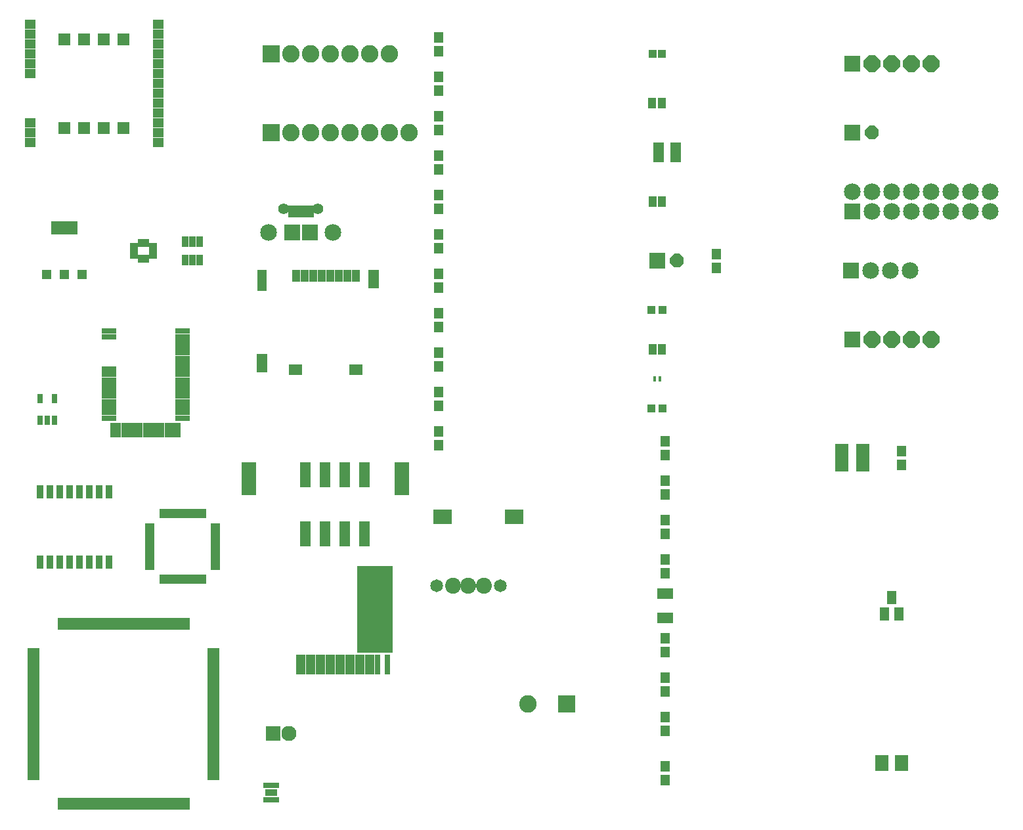
<source format=gbr>
%FSLAX35Y35*%
%MOIN*%
G04 EasyPC Gerber Version 18.0.9 Build 3640 *
%ADD85R,0.01827X0.02850*%
%ADD103R,0.02102X0.03047*%
%ADD96R,0.02260X0.05134*%
%ADD81R,0.02378X0.04051*%
%ADD16R,0.02575X0.06315*%
%ADD94R,0.02969X0.07693*%
%ADD28R,0.02969X0.10055*%
%ADD92R,0.03165X0.04543*%
%ADD86R,0.03362X0.05724*%
%ADD95R,0.03559X0.06984*%
%ADD98R,0.03835X0.06315*%
%ADD70R,0.04150X0.04150*%
%ADD78R,0.04150X0.05724*%
%ADD71R,0.04150X0.05882*%
%ADD79R,0.04543X0.05134*%
%ADD20R,0.04740X0.10843*%
%ADD74R,0.04937X0.05291*%
%ADD83R,0.04937X0.06512*%
%ADD27R,0.04937X0.10055*%
%ADD21R,0.05528X0.09661*%
%ADD72R,0.05724X0.12811*%
%ADD84R,0.05764X0.10449*%
%ADD76R,0.06000X0.06000*%
%ADD102R,0.06512X0.07890*%
%ADD89R,0.06906X0.14386*%
%ADD73R,0.07693X0.16748*%
%ADD17R,0.08087X0.08480*%
%ADD29R,0.18323X0.44307*%
%ADD90R,0.07693X0.07693*%
%ADD23R,0.08480X0.08480*%
%ADD14R,0.08874X0.08874*%
%ADD19C,0.05528*%
%ADD101C,0.06512*%
%ADD91C,0.07693*%
%ADD100C,0.08087*%
%ADD26C,0.08480*%
%ADD18C,0.08480*%
%ADD15C,0.08874*%
%ADD97R,0.05134X0.02260*%
%ADD82R,0.04051X0.02378*%
%ADD93R,0.07693X0.02969*%
%ADD104R,0.06118X0.03756*%
%ADD99R,0.06315X0.03835*%
%ADD77R,0.04150X0.04150*%
%ADD75R,0.05724X0.04543*%
%ADD88R,0.08094X0.05386*%
%ADD22R,0.06906X0.05528*%
%AMT25*0 Octagon Pad at angle 0*4,1,8,-0.01449,-0.03500,0.01449,-0.03500,0.03500,-0.01449,0.03500,0.01449,0.01449,0.03500,-0.01449,0.03500,-0.03500,0.01449,-0.03500,-0.01449,-0.01449,-0.03500,0*%
%ADD25T25*%
%AMT24*0 Octagon Pad at angle 0*4,1,8,-0.01756,-0.04240,0.01756,-0.04240,0.04240,-0.01756,0.04240,0.01756,0.01756,0.04240,-0.01756,0.04240,-0.04240,0.01756,-0.04240,-0.01756,-0.01756,-0.04240,0*%
%ADD24T24*%
%ADD80R,0.13205X0.07102*%
%ADD87R,0.09583X0.07299*%
X0Y0D02*
D02*
D14*
X140250Y365250D03*
Y405250D03*
X290093Y75250D03*
D02*
D15*
X150250Y365250D03*
Y405250D03*
X160250Y365250D03*
Y405250D03*
X170250Y365250D03*
Y405250D03*
X180250Y365250D03*
Y405250D03*
X190250Y365250D03*
Y405250D03*
X200250Y365250D03*
Y405250D03*
X210250Y365250D03*
X270407Y75250D03*
D02*
D16*
X150132Y325250D03*
X152691D03*
X155250D03*
X157809D03*
X160368D03*
D02*
D17*
X150722Y314719D03*
X159778D03*
D02*
D18*
X138813D03*
X171687D03*
D02*
D19*
X146490Y326530D03*
X164010D03*
D02*
D70*
X333825Y405250D03*
X338549D03*
D02*
D71*
X152750Y292750D03*
X157081D03*
X161411D03*
X165742D03*
X170073D03*
X174404D03*
X178734D03*
X183065D03*
D02*
D20*
X135644Y290270D03*
D02*
D21*
Y248144D03*
X192297Y290860D03*
D02*
D22*
X152593Y245014D03*
X183222D03*
D02*
D23*
X336187Y300250D03*
X434652Y295250D03*
X435250Y260250D03*
Y325250D03*
Y365250D03*
Y400250D03*
D02*
D24*
X445250Y260250D03*
Y400250D03*
X455250Y260250D03*
Y400250D03*
X465250Y260250D03*
Y400250D03*
X475250Y260250D03*
Y400250D03*
D02*
D25*
X346187Y300250D03*
X445250Y365250D03*
D02*
D26*
X435250Y335250D03*
X444652Y295250D03*
X445250Y325250D03*
Y335250D03*
X454652Y295250D03*
X455250Y325250D03*
Y335250D03*
X464652Y295250D03*
X465250Y325250D03*
Y335250D03*
X475250Y325250D03*
Y335250D03*
X485250Y325250D03*
Y335250D03*
X495250Y325250D03*
Y335250D03*
X505250Y325250D03*
Y335250D03*
D02*
D27*
X155250Y95250D03*
X160250D03*
X165250D03*
X170250D03*
X175250D03*
X180250D03*
X185250D03*
X190250D03*
D02*
D28*
X194187D03*
X199305D03*
D02*
D29*
X192809Y123400D03*
D02*
D72*
X157500Y161707D03*
Y191707D03*
X167500Y161707D03*
Y191707D03*
X177500Y161707D03*
Y191707D03*
X187500Y161707D03*
Y191707D03*
D02*
D73*
X128957Y189738D03*
X206516D03*
D02*
D74*
X225250Y206750D03*
Y213750D03*
Y226750D03*
Y233750D03*
Y246750D03*
Y253750D03*
Y266750D03*
Y273750D03*
Y286750D03*
Y293750D03*
Y306750D03*
Y313750D03*
Y326750D03*
Y333750D03*
Y346750D03*
Y353750D03*
Y366750D03*
Y373750D03*
Y386750D03*
Y393750D03*
Y406750D03*
Y413750D03*
X340250Y36750D03*
Y43750D03*
Y61750D03*
Y68750D03*
Y81750D03*
Y88750D03*
Y101750D03*
Y108750D03*
Y141750D03*
Y148750D03*
Y161750D03*
Y168750D03*
Y181750D03*
Y188750D03*
Y201750D03*
Y208750D03*
X366187Y296750D03*
Y303750D03*
X460250Y196750D03*
Y203750D03*
D02*
D75*
X17750Y360250D03*
Y365250D03*
Y370250D03*
Y395250D03*
Y400250D03*
Y405250D03*
Y410250D03*
Y415250D03*
Y420250D03*
X82750Y360250D03*
Y365250D03*
Y370250D03*
Y375250D03*
Y380250D03*
Y385250D03*
Y390250D03*
Y395250D03*
Y400250D03*
Y405250D03*
Y410250D03*
Y415250D03*
Y420250D03*
D02*
D76*
X35250Y367789D03*
Y412711D03*
X45250Y367789D03*
Y412711D03*
X55250Y367789D03*
Y412711D03*
X65250Y367789D03*
Y412711D03*
D02*
D77*
X333037Y225250D03*
Y275250D03*
X338943Y225250D03*
Y275250D03*
D02*
D78*
X333687Y380250D03*
X333825Y255250D03*
Y330250D03*
X338411Y380250D03*
X338549Y255250D03*
Y330250D03*
D02*
D79*
X26195Y293439D03*
X35250D03*
X44305D03*
D02*
D80*
X35250Y317061D03*
D02*
D81*
X73370Y301264D03*
Y309236D03*
X75339Y301264D03*
Y309236D03*
X77307Y301264D03*
Y309236D03*
D02*
D82*
X70369Y302297D03*
Y304266D03*
Y306234D03*
Y308203D03*
X80309Y302297D03*
Y304266D03*
Y306234D03*
Y308203D03*
D02*
D83*
X451510Y121116D03*
X455250Y129384D03*
X458990Y121116D03*
D02*
D84*
X336876Y355250D03*
X345498D03*
D02*
D85*
X334888Y240250D03*
X337486D03*
D02*
D86*
X96510Y300750D03*
Y310000D03*
X100250Y300750D03*
Y310000D03*
X103990Y300750D03*
Y310000D03*
D02*
D87*
X227140Y170250D03*
X263360D03*
D02*
D88*
X340250Y119053D03*
Y131447D03*
D02*
D89*
X429837Y200250D03*
X440663D03*
D02*
D90*
X141313Y60250D03*
D02*
D91*
X149187D03*
D02*
D92*
X22760Y219250D03*
Y230250D03*
X26500Y219250D03*
X30240D03*
Y230250D03*
D02*
D93*
X57691Y220447D03*
Y223203D03*
Y225959D03*
Y228715D03*
Y231470D03*
Y234226D03*
Y236982D03*
Y239738D03*
Y242494D03*
Y245250D03*
Y261785D03*
Y264541D03*
X95093Y220447D03*
Y223203D03*
Y225959D03*
Y228715D03*
Y231470D03*
Y234226D03*
Y236982D03*
Y239738D03*
Y242494D03*
Y245250D03*
Y248006D03*
Y250762D03*
Y253518D03*
Y256274D03*
Y259030D03*
Y261785D03*
Y264541D03*
D02*
D94*
X59856Y214344D03*
X62612D03*
X65368D03*
X68124D03*
X70880D03*
X73636D03*
X76392D03*
X79148D03*
X81904D03*
X84659D03*
X87415D03*
X90171D03*
X92927D03*
D02*
D95*
X22750Y147376D03*
Y183124D03*
X27750Y147376D03*
Y183124D03*
X32750Y147376D03*
Y183124D03*
X37750Y147376D03*
Y183124D03*
X42750Y147376D03*
Y183124D03*
X47750Y147376D03*
Y183124D03*
X52750Y147376D03*
Y183124D03*
X57750Y147376D03*
Y183124D03*
D02*
D96*
X84423Y138616D03*
Y171884D03*
X86392Y138616D03*
Y171884D03*
X88360Y138616D03*
Y171884D03*
X90329Y138616D03*
Y171884D03*
X92297Y138616D03*
Y171884D03*
X94266Y138616D03*
Y171884D03*
X96234Y138616D03*
Y171884D03*
X98203Y138616D03*
Y171884D03*
X100171Y138616D03*
Y171884D03*
X102140Y138616D03*
Y171884D03*
X104108Y138616D03*
Y171884D03*
X106077Y138616D03*
Y171884D03*
D02*
D97*
X78616Y144423D03*
Y146392D03*
Y148360D03*
Y150329D03*
Y152297D03*
Y154266D03*
Y156234D03*
Y158203D03*
Y160171D03*
Y162140D03*
Y164108D03*
Y166077D03*
X111884Y144423D03*
Y146392D03*
Y148360D03*
Y150329D03*
Y152297D03*
Y154266D03*
Y156234D03*
Y158203D03*
Y160171D03*
Y162140D03*
Y164108D03*
Y166077D03*
D02*
D98*
X33754Y24482D03*
Y116018D03*
X37691Y24482D03*
Y116018D03*
X41628Y24482D03*
Y116018D03*
X45565Y24482D03*
Y116018D03*
X49502Y24482D03*
Y116018D03*
X53439Y24482D03*
Y116018D03*
X57376Y24482D03*
Y116018D03*
X61313Y24482D03*
Y116018D03*
X65250Y24482D03*
Y116018D03*
X69187Y24482D03*
Y116018D03*
X73124Y24482D03*
Y116018D03*
X77061Y24482D03*
Y116018D03*
X80998Y24482D03*
Y116018D03*
X84935Y24482D03*
Y116018D03*
X88872Y24482D03*
Y116018D03*
X92809Y24482D03*
Y116018D03*
X96746Y24482D03*
Y116018D03*
D02*
D99*
X19482Y38754D03*
Y42691D03*
Y46628D03*
Y50565D03*
Y54502D03*
Y58439D03*
Y62376D03*
Y66313D03*
Y70250D03*
Y74187D03*
Y78124D03*
Y82061D03*
Y85998D03*
Y89935D03*
Y93872D03*
Y97809D03*
Y101746D03*
X111018Y38754D03*
Y42691D03*
Y46628D03*
Y50565D03*
Y54502D03*
Y58439D03*
Y62376D03*
Y66313D03*
Y70250D03*
Y74187D03*
Y78124D03*
Y82061D03*
Y85998D03*
Y89935D03*
Y93872D03*
Y97809D03*
Y101746D03*
D02*
D100*
X232376Y135250D03*
X240250D03*
X248124D03*
D02*
D101*
X224108D03*
X256392D03*
D02*
D102*
X450329Y45250D03*
X460171D03*
D02*
D103*
X137297Y26514D03*
Y33994D03*
X139266Y26514D03*
Y33994D03*
X141234Y26514D03*
Y33994D03*
X143203Y26514D03*
Y33994D03*
D02*
D104*
X140250Y30254D03*
X0Y0D02*
M02*

</source>
